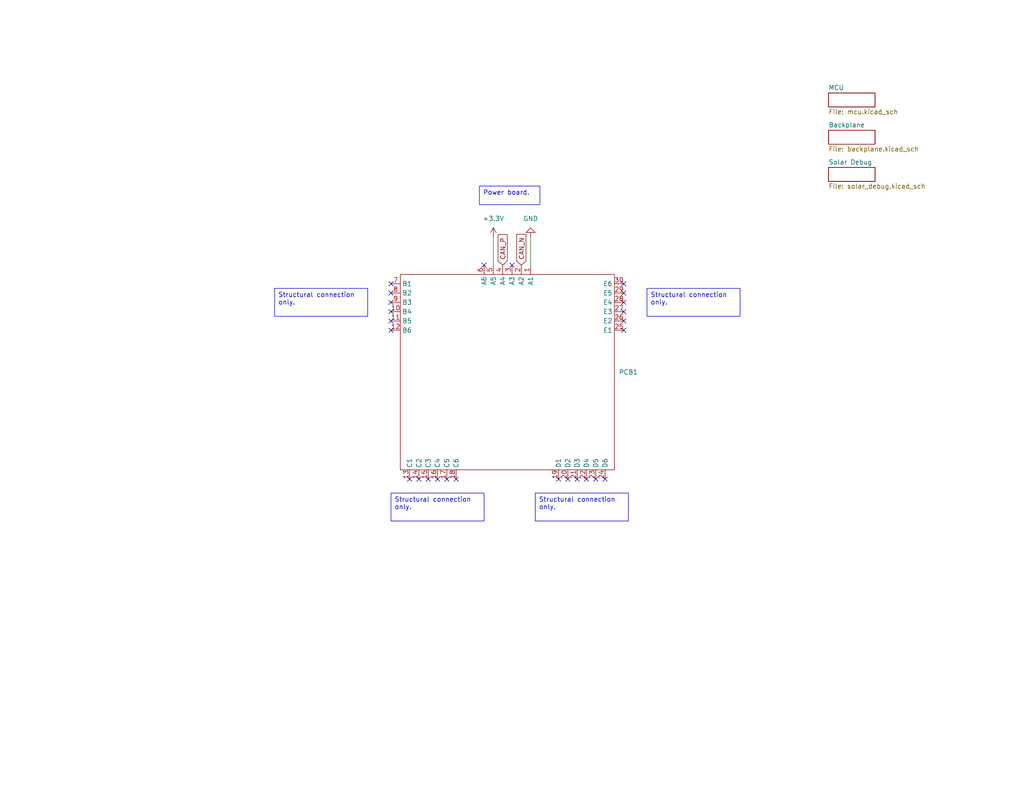
<source format=kicad_sch>
(kicad_sch (version 20230121) (generator eeschema)
  (paper "USLetter")
  (lib_symbols
    (symbol "TVSC:Core_PCB" (in_bom no)
      (property "Reference" "PCB" (at 0 0 0))
      (symbol "Core_PCB_0_1"
        (rectangle (start -29.21 26.67) (end 29.21 -26.67))
      )
      (symbol "Core_PCB_1_0"
        (pin passive line (at -31.75 16.51 0) (length 2.54) (name "B4") (number "10"))
        (pin passive line (at -31.75 13.97 0) (length 2.54) (name "B5") (number "11"))
        (pin passive line (at -31.75 11.43 0) (length 2.54) (name "B6") (number "12"))
        (pin passive line (at -26.67 -29.21 90) (length 2.54) (name "C1") (number "13"))
        (pin passive line (at -24.13 -29.21 90) (length 2.54) (name "C2") (number "14"))
        (pin passive line (at -21.59 -29.21 90) (length 2.54) (name "C3") (number "15"))
        (pin passive line (at -19.05 -29.21 90) (length 2.54) (name "C4") (number "16"))
        (pin passive line (at -16.51 -29.21 90) (length 2.54) (name "C5") (number "17"))
        (pin passive line (at -13.97 -29.21 90) (length 2.54) (name "C6") (number "18"))
        (pin passive line (at 13.97 -29.21 90) (length 2.54) (name "D1") (number "19"))
        (pin passive line (at 3.81 29.21 270) (length 2.54) (name "A2") (number "2"))
        (pin passive line (at 16.51 -29.21 90) (length 2.54) (name "D2") (number "20"))
        (pin passive line (at 19.05 -29.21 90) (length 2.54) (name "D3") (number "21"))
        (pin passive line (at 21.59 -29.21 90) (length 2.54) (name "D4") (number "22"))
        (pin passive line (at 24.13 -29.21 90) (length 2.54) (name "D5") (number "23"))
        (pin passive line (at 26.67 -29.21 90) (length 2.54) (name "D6") (number "24"))
        (pin passive line (at 31.75 11.43 180) (length 2.54) (name "E1") (number "25"))
        (pin passive line (at 31.75 13.97 180) (length 2.54) (name "E2") (number "26"))
        (pin passive line (at 31.75 16.51 180) (length 2.54) (name "E3") (number "27"))
        (pin passive line (at 31.75 19.05 180) (length 2.54) (name "E4") (number "28"))
        (pin passive line (at 31.75 21.59 180) (length 2.54) (name "E5") (number "29"))
        (pin passive line (at 1.27 29.21 270) (length 2.54) (name "A3") (number "3"))
        (pin passive line (at 31.75 24.13 180) (length 2.54) (name "E6") (number "30"))
        (pin passive line (at -1.27 29.21 270) (length 2.54) (name "A4") (number "4"))
        (pin passive line (at -3.81 29.21 270) (length 2.54) (name "A5") (number "5"))
        (pin passive line (at -6.35 29.21 270) (length 2.54) (name "A6") (number "6"))
        (pin passive line (at -31.75 24.13 0) (length 2.54) (name "B1") (number "7"))
        (pin passive line (at -31.75 21.59 0) (length 2.54) (name "B2") (number "8"))
        (pin passive line (at -31.75 19.05 0) (length 2.54) (name "B3") (number "9"))
      )
      (symbol "Core_PCB_1_1"
        (pin passive line (at 6.35 29.21 270) (length 2.54) (name "A1") (number "1"))
      )
    )
    (symbol "power:+3.3V" (power) (pin_names (offset 0))
      (property "Value" "+3.3V" (at 0 3.556 0))
      (symbol "+3.3V_0_1"
        (polyline (pts (xy -0.762 1.27) (xy 0 2.54)))
        (polyline (pts (xy 0 0) (xy 0 2.54)))
        (polyline (pts (xy 0 2.54) (xy 0.762 1.27)))
      )
      (symbol "+3.3V_1_1"
        (pin power_in line (at 0 0 90) (length 0) hide (name "+3.3V") (number "1"))
      )
    )
    (symbol "power:GND" (power) (pin_names (offset 0))
      (property "Value" "GND" (at 0 -3.81 0))
      (symbol "GND_0_1"
        (polyline (pts (xy 0 0) (xy 0 -1.27) (xy 1.27 -1.27) (xy 0 -2.54) (xy -1.27 -1.27) (xy 0 -1.27)))
      )
      (symbol "GND_1_1"
        (pin power_in line (at 0 0 270) (length 0) hide (name "GND") (number "1"))
      )
    )
  )
  (no_connect (at 106.68 80.01))
  (no_connect (at 114.3 130.81))
  (no_connect (at 124.46 130.81))
  (no_connect (at 154.94 130.81))
  (no_connect (at 106.68 82.55))
  (no_connect (at 160.02 130.81))
  (no_connect (at 162.56 130.81))
  (no_connect (at 106.68 87.63))
  (no_connect (at 170.18 90.17))
  (no_connect (at 106.68 77.47))
  (no_connect (at 111.76 130.81))
  (no_connect (at 170.18 77.47))
  (no_connect (at 119.38 130.81))
  (no_connect (at 170.18 85.09))
  (no_connect (at 157.48 130.81))
  (no_connect (at 106.68 90.17))
  (no_connect (at 170.18 87.63))
  (no_connect (at 170.18 80.01))
  (no_connect (at 170.18 82.55))
  (no_connect (at 139.7 72.39))
  (no_connect (at 165.1 130.81))
  (no_connect (at 116.84 130.81))
  (no_connect (at 121.92 130.81))
  (no_connect (at 152.4 130.81))
  (no_connect (at 106.68 85.09))
  (no_connect (at 132.08 72.39))
  (wire (pts (xy 134.62 64.77) (xy 134.62 72.39)))
  (wire (pts (xy 144.78 64.77) (xy 144.78 72.39)))
  (text_box "Structural connection only." (at 146.05 134.62 0) (size 25.4 7.62) (effects (font (size 1.27 1.27)) (justify left top)))
  (text_box "Structural connection only." (at 74.93 78.74 0) (size 25.4 7.62) (effects (font (size 1.27 1.27)) (justify left top)))
  (text_box "Structural connection only." (at 176.53 78.74 0) (size 25.4 7.62) (effects (font (size 1.27 1.27)) (justify left top)))
  (text_box "Structural connection only." (at 106.68 134.62 0) (size 25.4 7.62) (effects (font (size 1.27 1.27)) (justify left top)))
  (text_box "Power board." (at 130.81 50.8 0) (size 16.51 5.08) (effects (font (size 1.27 1.27)) (justify left top)))
  (global_label "CAN_P" (shape input) (at 137.16 72.39 90) (property "Intersheetrefs" "${INTERSHEET_REFS}" (effects hide)))
  (global_label "CAN_N" (shape input) (at 142.24 72.39 90) (property "Intersheetrefs" "${INTERSHEET_REFS}" (effects hide)))
  (symbol (lib_id "power:+3.3V") (at 134.62 64.77 0) (unit 1)
    (property "Reference" "#PWR03" (effects hide))
    (property "Value" "+3.3V" (at 134.62 59.69 0))
  )
  (symbol (lib_id "power:GND") (at 144.78 64.77 180) (unit 1)
    (property "Reference" "#PWR01" (effects hide))
    (property "Value" "GND" (at 144.78 59.69 0))
  )
  (symbol (lib_id "TVSC:Core_PCB") (at 138.43 101.6 0) (unit 1) (in_bom no)
    (property "Reference" "PCB1" (at 171.45 101.6 0))
    (property "Footprint" "footprints:Core_Board_PCB_Shape" (effects hide))
  )
  (sheet (at 226.06 35.56) (size 12.7 3.81) (stroke (width 0.1524))
    (property "Sheetname" "Backplane" (at 226.06 34.8484 0) (effects (justify left bottom)))
    (property "Sheetfile" "backplane.kicad_sch" (at 226.06 39.9546 0) (effects (justify left top)))
  )
  (sheet (at 226.06 25.4) (size 12.7 3.81) (stroke (width 0.1524))
    (property "Sheetname" "MCU" (at 226.06 24.6884 0) (effects (justify left bottom)))
    (property "Sheetfile" "mcu.kicad_sch" (at 226.06 29.7946 0) (effects (justify left top)))
  )
  (sheet (at 226.06 45.72) (size 12.7 3.81) (stroke (width 0.1524))
    (property "Sheetname" "Solar Debug" (at 226.06 45.0084 0) (effects (justify left bottom)))
    (property "Sheetfile" "solar_debug.kicad_sch" (at 226.06 50.1146 0) (effects (justify left top)))
  )
)
</source>
